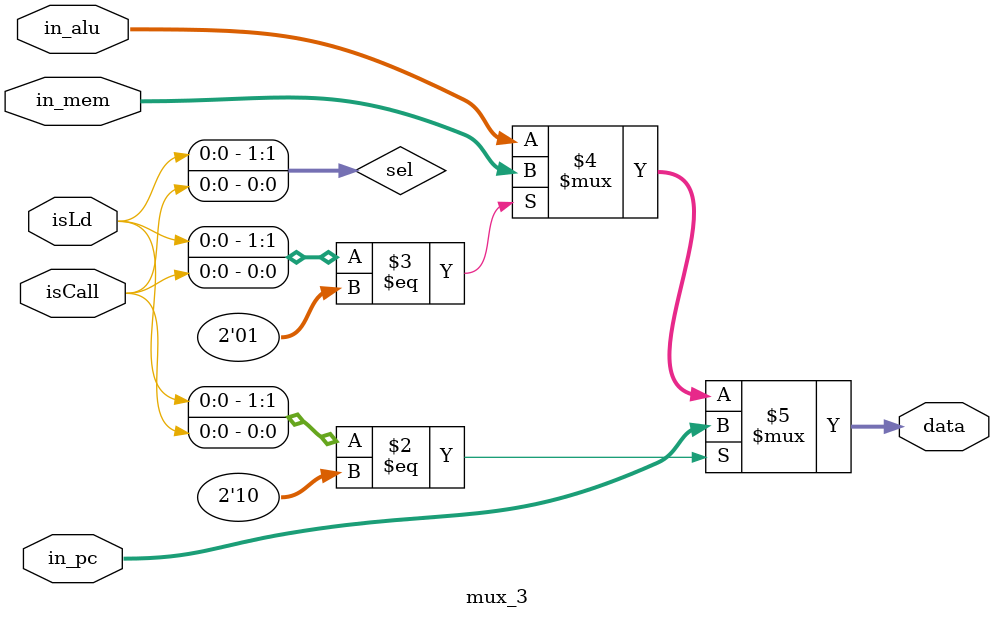
<source format=v>
`timescale 1ns / 1ps
module mux_3( input [31:0]in_pc,
			input [31:0]in_mem,
			input [31:0]in_alu,
			input isLd,
			input isCall,
			output [31:0]data
    );
	reg [1:0]sel;
	always@(isLd or isCall)
	begin
	sel = {isLd , isCall};
	end
	
	assign data = (sel==2'b10)?in_pc:((sel==2'b01)?in_mem:in_alu);
	
endmodule

</source>
